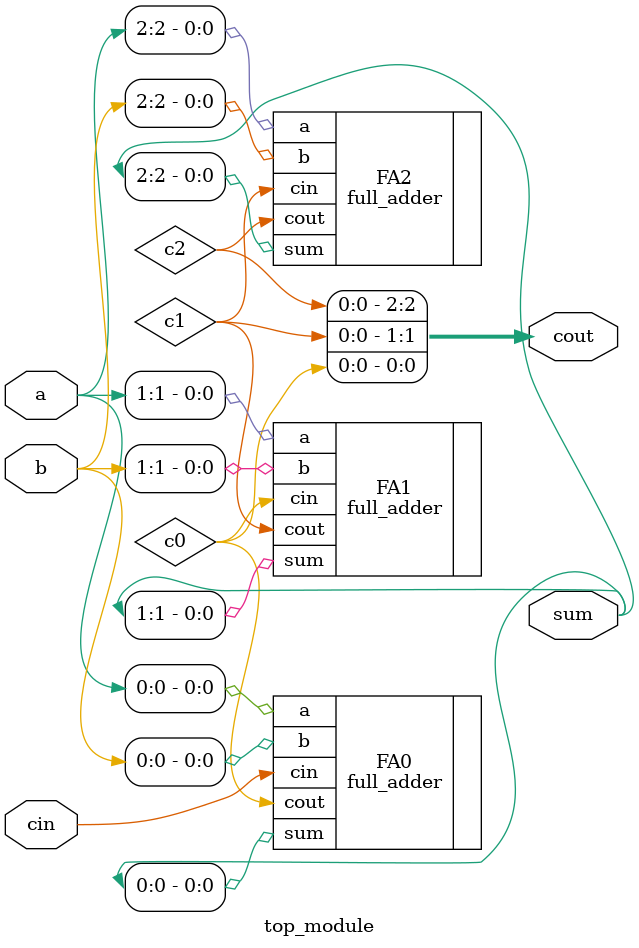
<source format=v>
module top_module( 
    input [2:0] a, b,
    input cin,
    output [2:0] cout,
    output [2:0] sum );
    
    wire c0, c1, c2;
    
    full_adder FA0 (
      .a(a[0]),
      .b(b[0]),
      .cin(cin),
      .sum(sum[0]),
      .cout(c0) 
    );

    full_adder FA1 (
      .a(a[1]),
      .b(b[1]),
      .cin(c0),
      .sum(sum[1]),
      .cout(c1) 
    );

    full_adder FA2 (
      .a(a[2]),
      .b(b[2]),
      .cin(c1),
      .sum(sum[2]),
      .cout(c2) 
    );
    
    assign cout = {c2, c1, c0};
    
endmodule
</source>
